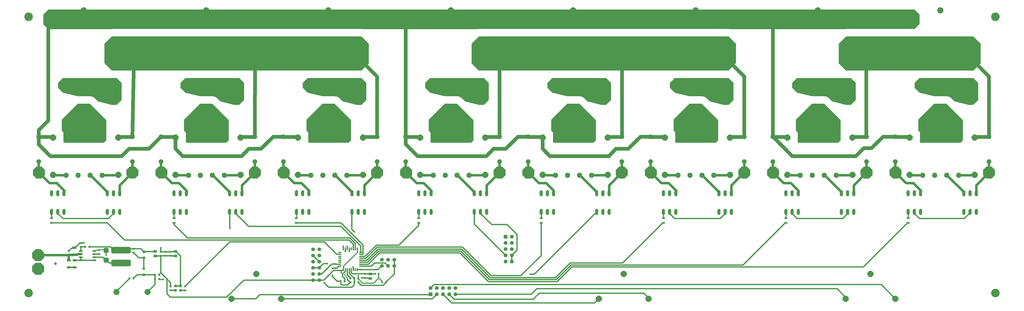
<source format=gtl>
G04*
G04 #@! TF.GenerationSoftware,Altium Limited,Altium Designer,19.1.9 (167)*
G04*
G04 Layer_Physical_Order=1*
G04 Layer_Color=255*
%FSLAX44Y44*%
%MOMM*%
G71*
G01*
G75*
%ADD24R,1.0000X1.0000*%
%ADD58R,0.7000X0.8500*%
%ADD59R,0.4750X0.5750*%
G04:AMPARAMS|DCode=60|XSize=2.07mm|YSize=2.06mm|CornerRadius=0.515mm|HoleSize=0mm|Usage=FLASHONLY|Rotation=90.000|XOffset=0mm|YOffset=0mm|HoleType=Round|Shape=RoundedRectangle|*
%AMROUNDEDRECTD60*
21,1,2.0700,1.0300,0,0,90.0*
21,1,1.0400,2.0600,0,0,90.0*
1,1,1.0300,0.5150,0.5200*
1,1,1.0300,0.5150,-0.5200*
1,1,1.0300,-0.5150,-0.5200*
1,1,1.0300,-0.5150,0.5200*
%
%ADD60ROUNDEDRECTD60*%
%ADD61R,1.2000X0.5000*%
%ADD62R,0.5000X1.2000*%
%ADD63R,0.8500X0.7000*%
%ADD64R,1.6000X0.9500*%
%ADD65R,1.3000X0.8000*%
%ADD66R,0.7620X0.7620*%
G04:AMPARAMS|DCode=67|XSize=8mm|YSize=2.7mm|CornerRadius=0.675mm|HoleSize=0mm|Usage=FLASHONLY|Rotation=180.000|XOffset=0mm|YOffset=0mm|HoleType=Round|Shape=RoundedRectangle|*
%AMROUNDEDRECTD67*
21,1,8.0000,1.3500,0,0,180.0*
21,1,6.6500,2.7000,0,0,180.0*
1,1,1.3500,-3.3250,0.6750*
1,1,1.3500,3.3250,0.6750*
1,1,1.3500,3.3250,-0.6750*
1,1,1.3500,-3.3250,-0.6750*
%
%ADD67ROUNDEDRECTD67*%
%ADD68R,1.3900X1.0000*%
%ADD69O,1.5500X0.7000*%
%ADD70R,0.9500X0.8000*%
%ADD71R,0.8000X0.9500*%
%ADD72R,1.4000X1.0000*%
%ADD73R,1.7000X1.0500*%
%ADD74C,0.5000*%
%ADD75C,1.5000*%
%ADD76C,0.3810*%
%ADD77C,0.3000*%
%ADD78C,1.0000*%
%ADD79C,0.4000*%
%ADD80C,3.5001*%
%ADD81C,1.5500*%
%ADD82R,1.5500X1.5500*%
%ADD83P,5.3240X8X292.5*%
%ADD84P,3.9930X8X292.5*%
%ADD85P,3.9930X8X202.5*%
%ADD86C,2.5000*%
%ADD87P,2.6620X8X22.5*%
%ADD88P,2.0231X8X292.5*%
%ADD89P,2.2893X8X112.5*%
%ADD90C,1.5240*%
%ADD91R,1.5500X1.5500*%
%ADD92P,3.5741X8X292.5*%
%ADD93C,3.8100*%
%ADD94C,2.5400*%
%ADD95O,1.2700X2.5400*%
%ADD96C,1.1000*%
%ADD97R,1.1000X1.1000*%
%ADD98P,2.6620X8X292.5*%
%ADD99C,0.7000*%
G36*
X3890000Y2940000D02*
Y2900000D01*
X3870092Y2880092D01*
X3590000Y2880092D01*
X3588824Y2880000D01*
X3111179D01*
X3110001Y2880093D01*
X3110000Y2880093D01*
X3110000D01*
X2090000Y2880093D01*
X2088822Y2880000D01*
X1611179D01*
X1610000Y2880093D01*
X1610000Y2880093D01*
X1610000D01*
X590000Y2880093D01*
X590000Y2880093D01*
X588821Y2880000D01*
X330000D01*
X310000Y2900000D01*
Y2940000D01*
X330000Y2960000D01*
X3870000D01*
X3890000Y2940000D01*
D02*
G37*
G36*
X4140000Y2820000D02*
X4140000Y2740000D01*
X4110086Y2710086D01*
X4110000Y2710093D01*
X4110000Y2710093D01*
X3890000D01*
X3888822Y2710000D01*
X3611178Y2710000D01*
X3610000Y2710093D01*
X3610000Y2710093D01*
X3589908D01*
X3560000Y2740000D01*
X3560000Y2820000D01*
X3590000Y2850000D01*
X4110000Y2850000D01*
X4140000Y2820000D01*
D02*
G37*
G36*
X3110000Y2850000D02*
X3140000Y2820000D01*
X3140000Y2740000D01*
X3110086Y2710086D01*
X3110000Y2710093D01*
X3110000Y2710093D01*
X2890000D01*
X2888821Y2710000D01*
X2611180D01*
X2610000Y2710093D01*
X2610000Y2710093D01*
X2390000D01*
X2388821Y2710000D01*
X2111180D01*
X2110000Y2710093D01*
X2110000Y2710093D01*
X2089907D01*
X2060000Y2740000D01*
X2060000Y2820000D01*
X2090000Y2850000D01*
X3110000Y2850000D01*
D02*
G37*
G36*
X1610000Y2850000D02*
X1640000Y2820000D01*
X1640000Y2740000D01*
X1610000Y2710000D01*
X590000Y2710000D01*
X560000Y2740000D01*
X560000Y2820000D01*
X590000Y2850000D01*
X1610000Y2850000D01*
D02*
G37*
G36*
X4130000Y2660000D02*
Y2590000D01*
X4110000Y2570000D01*
X4090000D01*
X4050000Y2580000D01*
X4033410Y2584147D01*
X4021279Y2596279D01*
X4017688Y2599346D01*
X4013662Y2601813D01*
X4009299Y2603620D01*
X4004708Y2604722D01*
X4000000Y2605093D01*
X4000000Y2605093D01*
X3950000D01*
X3950000Y2605093D01*
X3949718Y2605070D01*
X3890000Y2620000D01*
X3870000Y2640000D01*
X3870000Y2660000D01*
X3890000Y2680000D01*
X4110000D01*
X4130000Y2660000D01*
D02*
G37*
G36*
X3630000D02*
Y2590000D01*
X3610000Y2570000D01*
X3590000D01*
X3550000Y2580000D01*
X3533410Y2584147D01*
X3521279Y2596279D01*
X3517688Y2599346D01*
X3513662Y2601813D01*
X3509299Y2603620D01*
X3504708Y2604722D01*
X3500000Y2605093D01*
X3500000Y2605093D01*
X3450000D01*
X3450000Y2605093D01*
X3449718Y2605070D01*
X3390000Y2620000D01*
X3370000Y2640000D01*
X3370000Y2660000D01*
X3390000Y2680000D01*
X3610000D01*
X3630000Y2660000D01*
D02*
G37*
G36*
X3130000D02*
Y2590000D01*
X3110000Y2570000D01*
X3090000D01*
X3050000Y2580000D01*
X3033410Y2584147D01*
X3021279Y2596279D01*
X3017688Y2599346D01*
X3013662Y2601813D01*
X3009299Y2603620D01*
X3004708Y2604722D01*
X3000000Y2605093D01*
X3000000Y2605093D01*
X2950000D01*
X2950000Y2605093D01*
X2949718Y2605070D01*
X2890000Y2620000D01*
X2870000Y2640000D01*
X2870000Y2660000D01*
X2890000Y2680000D01*
X3110000D01*
X3130000Y2660000D01*
D02*
G37*
G36*
X2630000D02*
Y2590000D01*
X2610000Y2570000D01*
X2590000D01*
X2550000Y2580000D01*
X2533410Y2584147D01*
X2521279Y2596279D01*
X2517688Y2599346D01*
X2513662Y2601813D01*
X2509299Y2603620D01*
X2504707Y2604722D01*
X2500000Y2605093D01*
X2500000Y2605093D01*
X2450000D01*
X2450000Y2605093D01*
X2449718Y2605070D01*
X2390000Y2620000D01*
X2370000Y2640000D01*
X2370000Y2660000D01*
X2390000Y2680000D01*
X2610000D01*
X2630000Y2660000D01*
D02*
G37*
G36*
X2130000D02*
Y2590000D01*
X2110000Y2570000D01*
X2090000D01*
X2050000Y2580000D01*
X2033410Y2584147D01*
X2021279Y2596279D01*
X2017688Y2599346D01*
X2013662Y2601813D01*
X2009299Y2603620D01*
X2004707Y2604722D01*
X2000000Y2605093D01*
X2000000Y2605093D01*
X1950000D01*
X1950000Y2605093D01*
X1949718Y2605070D01*
X1890000Y2620000D01*
X1870000Y2640000D01*
X1870000Y2660000D01*
X1890000Y2680000D01*
X2110000D01*
X2130000Y2660000D01*
D02*
G37*
G36*
X1630000D02*
Y2590000D01*
X1610000Y2570000D01*
X1590000D01*
X1550000Y2580000D01*
X1533410Y2584147D01*
X1521279Y2596279D01*
X1517688Y2599346D01*
X1513662Y2601813D01*
X1509299Y2603620D01*
X1504707Y2604722D01*
X1500000Y2605093D01*
X1500000Y2605093D01*
X1450000D01*
X1450000Y2605093D01*
X1449718Y2605070D01*
X1390000Y2620000D01*
X1370000Y2640000D01*
X1370000Y2660000D01*
X1389907Y2679907D01*
X1610000Y2679907D01*
X1610086Y2679914D01*
X1630000Y2660000D01*
D02*
G37*
G36*
X1130000D02*
Y2590000D01*
X1110000Y2570000D01*
X1090000D01*
X1050000Y2580000D01*
X1033410Y2584147D01*
X1021279Y2596279D01*
X1017688Y2599346D01*
X1013662Y2601813D01*
X1009299Y2603620D01*
X1004707Y2604722D01*
X1000000Y2605093D01*
X1000000Y2605093D01*
X950000D01*
X950000Y2605093D01*
X949718Y2605070D01*
X890000Y2620000D01*
X870000Y2640000D01*
X870000Y2660000D01*
X889907Y2679907D01*
X1110093Y2679907D01*
X1130000Y2660000D01*
D02*
G37*
G36*
X590000Y2679907D02*
X590000Y2679907D01*
X610093D01*
X630000Y2660000D01*
Y2590000D01*
X610000Y2570000D01*
X590000D01*
X550000Y2580000D01*
X533410Y2584147D01*
X521279Y2596279D01*
X517688Y2599346D01*
X513662Y2601813D01*
X509299Y2603620D01*
X504707Y2604722D01*
X500000Y2605093D01*
X500000Y2605093D01*
X450000D01*
X450000Y2605093D01*
X449718Y2605070D01*
X390000Y2620000D01*
X370000Y2640000D01*
X370000Y2660000D01*
X390000Y2680000D01*
X588821D01*
X590000Y2679907D01*
D02*
G37*
G36*
X4067500Y2507500D02*
Y2425000D01*
X4057500Y2415000D01*
X3895000Y2415000D01*
X3892297Y2417703D01*
Y2457348D01*
X3885000Y2464645D01*
X3885000Y2510000D01*
X3950000Y2575000D01*
X4000000D01*
X4067500Y2507500D01*
D02*
G37*
G36*
X3567500D02*
Y2425000D01*
X3557500Y2415000D01*
X3395000Y2415000D01*
X3392297Y2417703D01*
Y2457348D01*
X3385000Y2464645D01*
X3385000Y2510000D01*
X3450000Y2575000D01*
X3500000D01*
X3567500Y2507500D01*
D02*
G37*
G36*
X3067500D02*
Y2425000D01*
X3057500Y2415000D01*
X2895000Y2415000D01*
X2892297Y2417703D01*
Y2457348D01*
X2885000Y2464645D01*
X2885000Y2510000D01*
X2950000Y2575000D01*
X3000000D01*
X3067500Y2507500D01*
D02*
G37*
G36*
X2567500D02*
Y2425000D01*
X2557500Y2415000D01*
X2395000Y2415000D01*
X2392297Y2417703D01*
Y2457348D01*
X2385000Y2464645D01*
X2385000Y2510000D01*
X2450000Y2575000D01*
X2500000D01*
X2567500Y2507500D01*
D02*
G37*
G36*
X2067500D02*
Y2425000D01*
X2057500Y2415000D01*
X1895000Y2415000D01*
X1892297Y2417703D01*
Y2457348D01*
X1885000Y2464645D01*
X1885000Y2510000D01*
X1950000Y2575000D01*
X2000000D01*
X2067500Y2507500D01*
D02*
G37*
G36*
X1567500D02*
Y2425000D01*
X1557500Y2415000D01*
X1395000Y2415000D01*
X1392297Y2417703D01*
Y2457348D01*
X1385000Y2464645D01*
X1385000Y2510000D01*
X1450000Y2575000D01*
X1500000D01*
X1567500Y2507500D01*
D02*
G37*
G36*
X1067500D02*
Y2425000D01*
X1057500Y2415000D01*
X895000Y2415000D01*
X892297Y2417703D01*
Y2457348D01*
X885000Y2464645D01*
X885000Y2510000D01*
X950000Y2575000D01*
X1000000D01*
X1067500Y2507500D01*
D02*
G37*
G36*
X567500D02*
Y2425000D01*
X557500Y2415000D01*
X395000Y2415000D01*
X392297Y2417703D01*
Y2457348D01*
X385000Y2464645D01*
X385000Y2510000D01*
X450000Y2575000D01*
X500000D01*
X567500Y2507500D01*
D02*
G37*
D24*
X870000Y1811500D02*
D03*
Y1828500D02*
D03*
X850000Y1811500D02*
D03*
Y1828500D02*
D03*
D58*
X678250Y1860000D02*
D03*
X661750D02*
D03*
X782750Y1857750D02*
D03*
X766250D02*
D03*
X766250Y1874750D02*
D03*
X782750D02*
D03*
X1580250Y1859500D02*
D03*
X1596750D02*
D03*
X481000Y1989000D02*
D03*
X497500D02*
D03*
D59*
X1542101Y1874650D02*
D03*
X1552101D02*
D03*
Y1861150D02*
D03*
X1542101D02*
D03*
D60*
X566000Y1974250D02*
D03*
Y1935000D02*
D03*
D61*
X1521600Y1910000D02*
D03*
Y1918000D02*
D03*
Y1926000D02*
D03*
Y1934000D02*
D03*
Y1942000D02*
D03*
Y1950000D02*
D03*
Y1958000D02*
D03*
Y1966000D02*
D03*
X1606600D02*
D03*
Y1958000D02*
D03*
Y1950000D02*
D03*
Y1942000D02*
D03*
Y1934000D02*
D03*
Y1926000D02*
D03*
Y1918000D02*
D03*
Y1910000D02*
D03*
D62*
X1536100Y1980500D02*
D03*
X1544100D02*
D03*
X1552100D02*
D03*
X1560100D02*
D03*
X1568100D02*
D03*
X1576100D02*
D03*
X1584100D02*
D03*
X1592100D02*
D03*
Y1895500D02*
D03*
X1584100D02*
D03*
X1576100D02*
D03*
X1568100D02*
D03*
X1560100D02*
D03*
X1552100D02*
D03*
X1544100D02*
D03*
X1536100D02*
D03*
D63*
X1502250Y1901750D02*
D03*
Y1918250D02*
D03*
X890000Y1811016D02*
D03*
Y1827516D02*
D03*
X463000Y2005250D02*
D03*
Y1988750D02*
D03*
X830000Y1811016D02*
D03*
Y1827516D02*
D03*
D64*
X438000Y1905000D02*
D03*
Y1934000D02*
D03*
X414000D02*
D03*
Y1905000D02*
D03*
D65*
X3844000Y2087500D02*
D03*
Y2107001D02*
D03*
X3344000Y2087500D02*
D03*
Y2107000D02*
D03*
X2844000Y2087500D02*
D03*
Y2107000D02*
D03*
X2344000Y2087501D02*
D03*
Y2107001D02*
D03*
X1844000Y2087501D02*
D03*
Y2107001D02*
D03*
X1344000Y2087500D02*
D03*
Y2107000D02*
D03*
X844000Y2087501D02*
D03*
Y2107001D02*
D03*
X344000Y2087500D02*
D03*
Y2107000D02*
D03*
D66*
X1666115Y1878766D02*
D03*
X1680085D02*
D03*
D67*
X627000Y1975000D02*
D03*
Y1923000D02*
D03*
D68*
X767000Y1951400D02*
D03*
Y1970000D02*
D03*
D69*
X463000Y1972100D02*
D03*
Y1959400D02*
D03*
Y1946700D02*
D03*
Y1934000D02*
D03*
X518500Y1972100D02*
D03*
Y1959400D02*
D03*
Y1946700D02*
D03*
Y1934000D02*
D03*
D70*
X1564500Y1859750D02*
D03*
Y1843250D02*
D03*
X1624100Y1878750D02*
D03*
Y1862250D02*
D03*
X790000Y1952400D02*
D03*
Y1968900D02*
D03*
X810000Y1952400D02*
D03*
Y1968900D02*
D03*
X830000Y1952400D02*
D03*
Y1968900D02*
D03*
X414000Y1955750D02*
D03*
Y1972250D02*
D03*
X678000Y1981500D02*
D03*
Y1965000D02*
D03*
X538000Y1959000D02*
D03*
Y1975500D02*
D03*
D71*
X1541250Y1848500D02*
D03*
X1524750D02*
D03*
X1693750Y1844000D02*
D03*
X1710250D02*
D03*
X1580750Y1843750D02*
D03*
X1597250D02*
D03*
D72*
X1646100Y1859250D02*
D03*
Y1877750D02*
D03*
X850000Y1969899D02*
D03*
Y1951399D02*
D03*
D73*
X437000Y1956500D02*
D03*
Y1985500D02*
D03*
D74*
X390003Y2105000D02*
X575997D01*
X369453Y2125550D02*
X390003Y2105000D01*
X575997D02*
X596547Y2125550D01*
X1096546D02*
X1149108Y2072988D01*
X1525811D01*
X1606600Y1992199D01*
X661750Y1859250D02*
Y1860000D01*
X609000Y1806500D02*
X661750Y1859250D01*
X609000Y1804500D02*
Y1806500D01*
X680000Y1861750D02*
X693000Y1874750D01*
X679250Y1861750D02*
X680000D01*
X678250Y1860750D02*
X679250Y1861750D01*
X678250Y1860000D02*
Y1860750D01*
X693000Y1874750D02*
X720750D01*
X1072000Y2065000D02*
Y2131046D01*
X1071146Y2131900D02*
X1072000Y2131046D01*
X1527000Y1892000D02*
X1536100D01*
X790000Y1952400D02*
X830000D01*
X1129040Y1852250D02*
X1456392D01*
X1743800Y1878300D02*
Y1936000D01*
X1710250Y1844750D02*
X1743800Y1878300D01*
X1710250Y1844000D02*
Y1844750D01*
X1698000Y1831000D02*
X1710250Y1843250D01*
Y1844000D01*
X1610000Y1862000D02*
X1624350D01*
X790000Y1968900D02*
X830000D01*
X1610125Y1831000D02*
X1698000D01*
X1606600Y1958000D02*
X1616600D01*
Y1996341D01*
X1525441Y2087500D02*
X1616600Y1996341D01*
X1344000Y2087500D02*
X1525441D01*
X1552100Y1990350D02*
X1552172Y1990422D01*
X1544000Y1970500D02*
X1544100Y1970600D01*
X1536000Y1990250D02*
X1536100Y1990150D01*
X1560100Y1970650D02*
X1560250Y1970500D01*
X1491000Y1868000D02*
X1510500Y1848500D01*
X1491000Y1868000D02*
Y1872000D01*
X1490500Y1901000D02*
X1499500D01*
X1496142Y1892000D02*
X1527000D01*
X1456392Y1852250D02*
X1496142Y1892000D01*
X1488250Y1918250D02*
X1502250D01*
X1447650Y1877650D02*
X1488250Y1918250D01*
X1437250Y1877650D02*
X1447650D01*
X1454200Y1920000D02*
X1470000D01*
X1437250Y1903050D02*
X1454200Y1920000D01*
X2224150Y1954600D02*
X2245000Y1975450D01*
Y2040000D01*
X2204610Y2080390D02*
X2245000Y2040000D01*
X2141707Y2080390D02*
X2204610D01*
X2096547Y2125550D02*
X2141707Y2080390D01*
X2096547Y2125550D02*
Y2131900D01*
X2224150Y1929200D02*
Y1954600D01*
X1096546Y2125550D02*
Y2131900D01*
X1606600Y1966000D02*
Y1992199D01*
X785500Y1855000D02*
X800000D01*
X784500Y1856000D02*
X785500Y1855000D01*
X783750Y1856000D02*
X784500D01*
X782750Y1857000D02*
X783750Y1856000D01*
X782750Y1857000D02*
Y1857750D01*
X790000Y1882750D02*
X815250Y1857500D01*
X850000Y1828500D02*
X870000D01*
Y1951899D01*
X852000Y1969899D02*
X870000Y1951899D01*
X850000Y1969899D02*
X852000D01*
X849500Y1969400D02*
X850000Y1969899D01*
X830500Y1969400D02*
X849500D01*
X830000Y1968900D02*
X830500Y1969400D01*
X790000Y1968900D02*
Y1985000D01*
X720750Y1899750D02*
X720875Y1899875D01*
Y1943875D01*
X721000Y1944000D01*
X678750Y1965000D02*
X699750Y1944000D01*
X678000Y1965000D02*
X678750D01*
X699750Y1944000D02*
X721000D01*
X596547Y2125550D02*
Y2131900D01*
X369453Y2125550D02*
Y2131900D01*
X475250Y2005000D02*
X475500Y2004750D01*
X463250Y2005000D02*
X475250D01*
X463000Y2005250D02*
X463250Y2005000D01*
X462000Y2004250D02*
X463000Y2005250D01*
X459000Y2004250D02*
X462000D01*
X440250Y1985500D02*
X459000Y2004250D01*
X437000Y1985500D02*
X440250D01*
X434250Y1982750D02*
X437000Y1985500D01*
X425250Y1982750D02*
X434250D01*
X414750Y1972250D02*
X425250Y1982750D01*
X414000Y1972250D02*
X414750D01*
X1529000Y1833000D02*
X1553500D01*
X1563750Y1843250D01*
X1564500D01*
X1525750Y1836250D02*
X1529000Y1833000D01*
X1525750Y1836250D02*
Y1847500D01*
X1524750Y1848500D02*
X1525750Y1847500D01*
X1541975Y1849225D02*
Y1861025D01*
X1538100Y1861150D02*
X1542100D01*
X1532500Y1866750D02*
X1538100Y1861150D01*
X1541250Y1848500D02*
X1541975Y1849225D01*
Y1861025D02*
X1542100Y1861150D01*
X1560100Y1880150D02*
X1580500Y1859750D01*
X1580750Y1833750D02*
Y1843750D01*
X1571000Y1824000D02*
X1580750Y1833750D01*
X1476000Y1824000D02*
X1571000D01*
X1457250Y1842750D02*
X1476000Y1824000D01*
X1510500Y1848500D02*
X1524750D01*
X1527000Y1883000D02*
Y1892000D01*
X1609250Y1831000D02*
X1610125D01*
X1597250Y1843000D02*
X1609250Y1831000D01*
X1597250Y1843000D02*
Y1843750D01*
X1624350Y1862000D02*
X1625600Y1860750D01*
X1624100Y1862250D02*
X1624350Y1862000D01*
X1570383Y2060383D02*
X1580000Y2050765D01*
X1570383Y2060383D02*
Y2131136D01*
X1571147Y2131900D01*
X2890003Y2105000D02*
X3075997D01*
X3096547Y2125550D01*
Y2131900D01*
X2869453Y2125550D02*
X2890003Y2105000D01*
X2869453Y2125550D02*
Y2131900D01*
X3390003Y2105000D02*
X3575997D01*
X3596547Y2125550D01*
Y2131900D01*
X3369453Y2125550D02*
X3390003Y2105000D01*
X3369453Y2125550D02*
Y2131900D01*
X4073372Y2105000D02*
X4096547Y2128175D01*
X3890003Y2105000D02*
X4073372D01*
X3869453Y2125550D02*
X3890003Y2105000D01*
X2465936Y1914750D02*
X3168750D01*
X2406000Y1854814D02*
X2465936Y1914750D01*
X2132000Y1854814D02*
X2406000D01*
X2014814Y1972000D02*
X2132000Y1854814D01*
X1680941Y1972000D02*
X2014814D01*
X2469250Y1906750D02*
X3660750D01*
X2409314Y1846814D02*
X2469250Y1906750D01*
X2128686Y1846814D02*
X2409314D01*
X2011500Y1964000D02*
X2128686Y1846814D01*
X1684255Y1964000D02*
X2011500D01*
X1906300Y1834681D02*
X3733719D01*
X1844000Y2077000D02*
Y2087500D01*
X2071147Y2082203D02*
Y2131900D01*
X2299250Y1877500D02*
X2316747D01*
X2563323Y2124077D01*
X2567590D01*
X2571147Y2127634D01*
Y2131900D01*
X2071147Y2082203D02*
X2198750Y1954600D01*
X2261564Y1870814D02*
X2344000Y1953250D01*
X2139471Y1870814D02*
X2261564D01*
X2022284Y1988000D02*
X2139471Y1870814D01*
X2344000Y1953250D02*
Y2087500D01*
X1674314Y1988000D02*
X2022284D01*
X2676750Y1922750D02*
X2841500Y2087500D01*
X2462623Y1922750D02*
X2676750D01*
X2402686Y1862814D02*
X2462623Y1922750D01*
X2136157Y1862814D02*
X2402686D01*
X2018970Y1980000D02*
X2136157Y1862814D01*
X1677627Y1980000D02*
X2018970D01*
X3168750Y1914750D02*
X3341500Y2087500D01*
X3660750Y1906750D02*
X3841500Y2087500D01*
X1892050Y1820431D02*
X1906300Y1834681D01*
X3733719D02*
X3791600Y1776801D01*
X3553000Y1818000D02*
X3588400Y1782600D01*
X2326500Y1818000D02*
X3553000D01*
X2303531Y1795031D02*
X2326500Y1818000D01*
X2764000Y1799000D02*
X2783200Y1779800D01*
X2335908Y1799000D02*
X2764000D01*
X2311908Y1775000D02*
X2335908Y1799000D01*
X2783200Y1776801D02*
Y1779800D01*
X3588400Y1776801D02*
Y1782600D01*
X1993650Y1795031D02*
X2303531D01*
X1988281Y1775000D02*
X2311908D01*
X1968250Y1795031D02*
X1988281Y1775000D01*
X2562449Y1759250D02*
X2580000Y1776801D01*
X1978631Y1759250D02*
X2562449D01*
X1942850Y1795031D02*
X1978631Y1759250D01*
X1899220Y1776801D02*
X1917450Y1795031D01*
X1281600Y1776801D02*
X1899220D01*
X1890616Y1793597D02*
X1892050Y1795031D01*
X1194746Y1793597D02*
X1890616D01*
X1177950Y1776801D02*
X1194746Y1793597D01*
X1078400Y1776801D02*
X1177950D01*
X1059540Y1782750D02*
X1129040Y1852250D01*
X829000Y1782750D02*
X1059540D01*
X815250Y1796500D02*
X829000Y1782750D01*
X642000Y2017000D02*
X1559172D01*
X899000Y2025000D02*
X1562485D01*
X815250Y1796500D02*
Y1857500D01*
X830000Y1842750D01*
Y1827516D02*
Y1842750D01*
X830000Y1827516D02*
X830000Y1827516D01*
X782750Y1875500D02*
X790000Y1882750D01*
Y1952400D01*
X720750Y1874750D02*
X766250D01*
X720750Y1874750D02*
X720750Y1874750D01*
X766250Y1857750D02*
Y1874750D01*
X766250Y1857750D02*
X766250Y1857750D01*
X766250Y1834750D02*
Y1857750D01*
X736000Y1804500D02*
X766250Y1834750D01*
X1552100Y1980500D02*
Y1990350D01*
X1576000Y1905750D02*
X1576100Y1905650D01*
Y1895500D02*
Y1905650D01*
X1654500Y1913750D02*
X1663870Y1923120D01*
X1650750Y1910000D02*
X1654500Y1913750D01*
X1663870Y1923120D02*
X1706280D01*
X1606600Y1910000D02*
X1650750D01*
X1412250Y1903050D02*
X1437250D01*
X1412250Y1953250D02*
X1437250Y1928250D01*
X1412250Y1953250D02*
Y1953650D01*
X1502250Y1901750D02*
X1509850D01*
X1518100Y1910000D01*
X1536100Y1892000D02*
Y1895500D01*
Y1980500D02*
Y1990150D01*
X1544100Y1970600D02*
Y1980500D01*
X1560100Y1970650D02*
Y1980500D01*
X1457600Y2009000D02*
X1508600Y1958000D01*
X1071484Y2009000D02*
X1457600D01*
X892750Y1830266D02*
X1071484Y2009000D01*
X870484Y1811016D02*
X890000D01*
X830000D02*
X849516D01*
X1552975Y1854025D02*
X1563750Y1843250D01*
X1552975Y1854025D02*
Y1860275D01*
X1644600Y1860750D02*
X1646100Y1859250D01*
X1625600Y1860750D02*
X1644600D01*
X1572814Y1878750D02*
X1624100D01*
X1568100Y1883463D02*
X1572814Y1878750D01*
X1568100Y1883463D02*
Y1895500D01*
X1580500Y1844000D02*
X1580750Y1843750D01*
X1580500Y1844000D02*
Y1859250D01*
X1580250Y1859500D02*
X1580500Y1859250D01*
X1565000Y1860250D02*
Y1861650D01*
X1564500Y1859750D02*
X1565000Y1860250D01*
X1552100Y1874549D02*
X1565000Y1861650D01*
X1552100Y1874549D02*
Y1874650D01*
X1560100Y1880150D02*
Y1895500D01*
X1532500Y1866750D02*
Y1877000D01*
X1544100Y1888600D02*
Y1895500D01*
X1532500Y1877000D02*
X1544100Y1888600D01*
X1552100Y1874650D02*
Y1895500D01*
X1502500Y1918000D02*
X1521600D01*
X1502250Y1918250D02*
X1502500Y1918000D01*
X1559172Y2017000D02*
X1576100Y2000071D01*
X1562485Y2025000D02*
X1584100Y2003385D01*
X1645600Y1878250D02*
X1646100Y1877750D01*
X1624600Y1878250D02*
X1645600D01*
X1624100Y1878750D02*
X1624600Y1878250D01*
X1646100Y1877750D02*
X1646608Y1878258D01*
X1665607D01*
X1666115Y1878766D01*
X1677500Y1895500D02*
X1693000Y1911000D01*
X1592100Y1895500D02*
X1677500D01*
X1706280Y1923120D02*
X1718400Y1911000D01*
X1638255Y1918000D02*
X1684255Y1964000D01*
X1606600Y1918000D02*
X1638255D01*
X3841500Y2087500D02*
X3844000D01*
X1763000Y1996000D02*
X1844000Y2077000D01*
X1671000Y1996000D02*
X1763000D01*
X1634941Y1926000D02*
X1680941Y1972000D01*
X1631627Y1934000D02*
X1677627Y1980000D01*
X1628314Y1942000D02*
X1674314Y1988000D01*
X1606600Y1926000D02*
X1634941D01*
X1606600Y1934000D02*
X1631627D01*
X1606600Y1942000D02*
X1628314D01*
X844000Y2080000D02*
X899000Y2025000D01*
X844000Y2080000D02*
Y2087500D01*
X571500D02*
X642000Y2017000D01*
X344000Y2087500D02*
X571500D01*
X1576100Y1980500D02*
Y2000071D01*
X3341500Y2087500D02*
X3344000D01*
X1625000Y1950000D02*
X1671000Y1996000D01*
X2841500Y2087500D02*
X2844000D01*
X1606600Y1950000D02*
X1625000D01*
X1584100Y1980500D02*
Y2003385D01*
X830500Y1951900D02*
X849500D01*
X767500D02*
X789500D01*
X721500Y1969500D02*
X766500D01*
X708500Y1981500D02*
X721000Y1969000D01*
X678000Y1981500D02*
X708500D01*
X632673Y1980673D02*
X677172D01*
X567706Y1935000D02*
X579706Y1923000D01*
X627000D01*
X583878Y1989000D02*
X597878Y1975000D01*
X497500Y1989000D02*
X583878D01*
X480875Y1988875D02*
X481000Y1989000D01*
X463125Y1988875D02*
X480875D01*
X463000Y1988750D02*
X463125Y1988875D01*
X552594Y1946700D02*
X564294Y1935000D01*
X518500Y1946700D02*
X552594D01*
X518700Y1959200D02*
X537800D01*
X414000Y1905000D02*
X438000D01*
Y1934000D02*
X463000D01*
X518500D01*
X463000Y1972100D02*
Y1988750D01*
Y1934000D02*
Y1946700D01*
X1508600Y1958000D02*
X1521600D01*
X344053Y2107053D02*
Y2131900D01*
D75*
X291000Y2466000D02*
X330000Y2505000D01*
X291000Y2439637D02*
Y2466000D01*
X330000Y2505000D02*
Y2880000D01*
X337500Y2887500D01*
X3672434Y2438071D02*
X3674000Y2439637D01*
X3674000Y2439637D02*
X3674001Y2439637D01*
X3672434Y2441203D02*
X3674000Y2439637D01*
X3670000Y2750000D02*
X3672434Y2747566D01*
Y2441203D02*
Y2747566D01*
X2672434Y2438071D02*
X2674500Y2440137D01*
Y2779500D01*
X2675000Y2780000D01*
X3290000Y2900000D02*
X3291000Y2899000D01*
Y2439637D02*
Y2899000D01*
X4130000Y2730000D02*
X4174000Y2686000D01*
Y2439637D02*
Y2686000D01*
X3174001Y2439637D02*
Y2685999D01*
X3130000Y2730000D02*
X3174001Y2685999D01*
X1791000Y2901000D02*
X1800000Y2910000D01*
X1791000Y2439637D02*
Y2901000D01*
X2170000Y2720000D02*
X2174000Y2715999D01*
Y2439637D02*
Y2715999D01*
X1630000Y2730000D02*
X1674000Y2686000D01*
Y2439637D02*
Y2686000D01*
X1174000Y2439637D02*
X1175000Y2780000D01*
X674000Y2439637D02*
X680000Y2740000D01*
X2116000Y2436200D02*
X2117871Y2438071D01*
X2172434D01*
X2174000Y2439637D01*
X1840000Y2360000D02*
X2120000D01*
X1791000Y2409000D02*
X1840000Y2360000D01*
X1791000Y2409000D02*
Y2439637D01*
X1792567Y2438071D02*
X1848129D01*
X1791000Y2439637D02*
X1792567Y2438071D01*
X2120000Y2360000D02*
X2150000Y2390000D01*
X2200000D01*
X2249637Y2439637D01*
X1848129Y2438071D02*
X1850000Y2436200D01*
X3694206Y2392792D02*
X3741052Y2439637D01*
X3662792Y2392792D02*
X3694206D01*
X3630000Y2360000D02*
X3662792Y2392792D01*
X3370638Y2360000D02*
X3630000D01*
X3292567Y2438071D02*
X3370638Y2360000D01*
X3741052Y2439637D02*
X3791000D01*
X2700000Y2390000D02*
X2749637Y2439637D01*
X2650000Y2390000D02*
X2700000D01*
X2620000Y2360000D02*
X2650000Y2390000D01*
X2380000Y2360000D02*
X2620000D01*
X2350000Y2390000D02*
X2380000Y2360000D01*
X2749637Y2439637D02*
X2791000D01*
X2348129Y2438071D02*
X2350000Y2436200D01*
Y2390000D02*
Y2436200D01*
X2249637Y2439637D02*
X2291000D01*
X848129Y2438071D02*
X850000Y2436200D01*
Y2390000D02*
Y2436200D01*
Y2390000D02*
X880000Y2360000D01*
X1120000Y2360000D02*
X1150000Y2390000D01*
X880000Y2360000D02*
X1120000Y2360000D01*
X1150000Y2390000D02*
X1200000D01*
X1249637Y2439637D01*
X1291000D01*
X660000Y2390000D02*
X741363D01*
X630000Y2360000D02*
X660000Y2390000D01*
X338792Y2360000D02*
X630000D01*
X291000Y2407792D02*
X338792Y2360000D01*
X741363Y2390000D02*
X791000Y2439637D01*
X3291000D02*
X3292567Y2438071D01*
X3792567D02*
X3848129D01*
X3791000Y2439637D02*
X3792567Y2438071D01*
X3848129D02*
X3850000Y2436200D01*
X4117871Y2438071D02*
X4172434D01*
X4174000Y2439637D01*
X4116000Y2436200D02*
X4117871Y2438071D01*
X3292567D02*
X3348129D01*
X3350000Y2436200D01*
X3617871Y2438071D02*
X3672434D01*
X3616000Y2436200D02*
X3617871Y2438071D01*
X2792567D02*
X2848129D01*
X2791000Y2439637D02*
X2792567Y2438071D01*
X2848129D02*
X2850000Y2436200D01*
X3117871Y2438071D02*
X3172434D01*
X3174001Y2439637D01*
X3116000Y2436200D02*
X3117871Y2438071D01*
X2291000Y2439637D02*
X2292567Y2438071D01*
X2348129D01*
X2617871D02*
X2672434D01*
X2616000Y2436200D02*
X2617871Y2438071D01*
X1291000Y2439637D02*
X1292567Y2438071D01*
X1348129D01*
X1350000Y2436200D01*
X1672434Y2438071D02*
X1674000Y2439637D01*
X1617871Y2438071D02*
X1672434D01*
X1616000Y2436200D02*
X1617871Y2438071D01*
X791000Y2439637D02*
X792567Y2438071D01*
X848129D01*
X1172434D02*
X1174000Y2439637D01*
X1117871Y2438071D02*
X1172434D01*
X1116000Y2436200D02*
X1117871Y2438071D01*
X291000Y2407792D02*
Y2439637D01*
X292567Y2438071D01*
X348129D01*
X350000Y2436200D01*
X616000Y2436200D02*
X617871Y2438071D01*
X672434D01*
X674000Y2439637D01*
D76*
X1693742Y1843992D02*
Y1848178D01*
X1596750Y1858750D02*
Y1870250D01*
X1680085Y1861835D02*
X1693742Y1848178D01*
X1659250Y1841000D02*
X1680085Y1861835D01*
Y1878766D01*
X1592100Y1966000D02*
Y1980500D01*
X1536100Y1910000D02*
X1592100Y1966000D01*
X1536100Y1895500D02*
Y1910000D01*
X2113791Y2281590D02*
X2116000Y2283800D01*
X830000Y1952400D02*
X830500Y1951900D01*
X1614500Y1841000D02*
X1659250D01*
X1596750Y1858750D02*
X1614500Y1841000D01*
X1693742Y1843992D02*
X1693750Y1844000D01*
X1680085Y1878766D02*
X1680094Y1878758D01*
X789500Y1951900D02*
X790000Y1952400D01*
X766500Y1969500D02*
X767000Y1970000D01*
X721000Y1969000D02*
X721500Y1969500D01*
X677172Y1980673D02*
X678000Y1981500D01*
X627000Y1975000D02*
X632673Y1980673D01*
X566000Y1935000D02*
X567706D01*
X597878Y1975000D02*
X627000D01*
X564294Y1935000D02*
X566000D01*
X537800Y1959200D02*
X537800Y1959200D01*
X518500Y1959400D02*
X518700Y1959200D01*
X414000Y1955750D02*
X414375Y1956125D01*
X436625D02*
X437000Y1956500D01*
X4113791Y2281590D02*
X4116000Y2283800D01*
X3613791Y2281590D02*
X3616000Y2283800D01*
X3113791Y2281590D02*
X3116000Y2283800D01*
X2613791Y2281590D02*
X2616000Y2283800D01*
X1613791Y2281590D02*
X1616000Y2283800D01*
X1113791Y2281590D02*
X1116000Y2283800D01*
X613791Y2281590D02*
X616000Y2283800D01*
X462389Y1958790D02*
X463000Y1959400D01*
X537800Y1959200D02*
X538000Y1959000D01*
D77*
X528733Y1977000D02*
X563250D01*
X565000Y1973250D02*
X566000Y1972250D01*
Y1956000D02*
Y1972250D01*
X565000Y1973250D02*
X566000Y1974250D01*
X3869453Y2125550D02*
Y2131900D01*
X4096547Y2128175D02*
Y2131900D01*
X563250Y1977000D02*
X566000Y1974250D01*
X518500Y1972100D02*
X523833D01*
X528733Y1977000D01*
X1518100Y1910000D02*
X1521600D01*
X892750Y1829516D02*
Y1830266D01*
X890750Y1827516D02*
X892750Y1829516D01*
X890000Y1827516D02*
X890750D01*
X870000Y1811500D02*
X870484Y1811016D01*
X849516D02*
X850000Y1811500D01*
X1552100Y1861150D02*
X1552975Y1860275D01*
X1547125Y1866375D02*
X1552000Y1861500D01*
X1547125Y1866375D02*
Y1869625D01*
X1542100Y1874650D02*
X1547125Y1869625D01*
D78*
X3791000Y2293800D02*
Y2338037D01*
X2121947Y2208100D02*
Y2240746D01*
X2174000Y2292800D01*
Y2338037D01*
X1792000Y2292800D02*
X1835351Y2249449D01*
X1791000Y2293800D02*
Y2338037D01*
X1894853Y2208100D02*
Y2215181D01*
X1835351Y2249449D02*
X1864647D01*
X1896000Y2218097D01*
X2050000Y2281590D02*
X2113791D01*
X2002503D02*
X2071147Y2212947D01*
X1852209Y2281590D02*
X1903000D01*
X1896000Y2216327D02*
Y2218097D01*
X1894853Y2215181D02*
X1896000Y2216327D01*
X437000Y1956500D02*
X448000D01*
X450900Y1959400D01*
X463000D01*
X414375Y1956125D02*
X436625D01*
X414000Y1934000D02*
Y1955750D01*
X413250Y1955000D02*
X414000Y1955750D01*
X360000Y1955000D02*
X413250D01*
X289000D02*
X360000D01*
X3896000Y2216327D02*
Y2218097D01*
X3894853Y2215181D02*
X3896000Y2216327D01*
X3852209Y2281590D02*
X3903000D01*
X4002503D02*
X4071147Y2212947D01*
X4050000Y2281590D02*
X4113791D01*
X3864647Y2249449D02*
X3896000Y2218097D01*
X3835351Y2249449D02*
X3864647D01*
X3894853Y2208100D02*
Y2215181D01*
X3792000Y2292800D02*
X3835351Y2249449D01*
X4174000Y2292800D02*
Y2338037D01*
X4121947Y2240746D02*
X4174000Y2292800D01*
X4121947Y2208100D02*
Y2240746D01*
X3396000Y2216327D02*
Y2218097D01*
X3394853Y2215181D02*
X3396000Y2216327D01*
X3352209Y2281590D02*
X3403000D01*
X3502503D02*
X3571147Y2212947D01*
X3550000Y2281590D02*
X3613791D01*
X3364647Y2249449D02*
X3396000Y2218097D01*
X3335351Y2249449D02*
X3364647D01*
X3394853Y2208100D02*
Y2215181D01*
X3291000Y2293800D02*
Y2338037D01*
X3292000Y2292800D02*
X3335351Y2249449D01*
X3674000Y2292800D02*
Y2338037D01*
X3621947Y2240746D02*
X3674000Y2292800D01*
X3621947Y2208100D02*
Y2240746D01*
X2896000Y2216327D02*
Y2218097D01*
X2894853Y2215181D02*
X2896000Y2216327D01*
X2852209Y2281590D02*
X2903000D01*
X3002503D02*
X3071147Y2212947D01*
X3050000Y2281590D02*
X3113791D01*
X2864648Y2249449D02*
X2896000Y2218097D01*
X2835351Y2249449D02*
X2864648D01*
X2894853Y2208100D02*
Y2215181D01*
X2791000Y2293800D02*
Y2338037D01*
X2792000Y2292800D02*
X2835351Y2249449D01*
X3174001Y2292800D02*
Y2338037D01*
X3121947Y2240746D02*
X3174001Y2292800D01*
X3121947Y2208100D02*
Y2240746D01*
X2396000Y2216327D02*
Y2218097D01*
X2394853Y2215181D02*
X2396000Y2216327D01*
X2352209Y2281590D02*
X2403000D01*
X2502503D02*
X2571147Y2212947D01*
X2550000Y2281590D02*
X2613791D01*
X2364647Y2249449D02*
X2396000Y2218097D01*
X2335351Y2249449D02*
X2364647D01*
X2394853Y2208100D02*
Y2215181D01*
X2291000Y2293800D02*
Y2338037D01*
X2292000Y2292800D02*
X2335351Y2249449D01*
X2674000Y2292800D02*
Y2338037D01*
X2621947Y2240746D02*
X2674000Y2292800D01*
X2621947Y2208100D02*
Y2240746D01*
X1352209Y2281590D02*
X1403000D01*
X1502503D02*
X1571147Y2212947D01*
X1550000Y2281590D02*
X1613791D01*
X1291000Y2293800D02*
Y2338037D01*
X1674000Y2292800D02*
Y2338037D01*
X1621947Y2240746D02*
X1674000Y2292800D01*
X1621947Y2208100D02*
Y2240746D01*
X1364647Y2249449D02*
X1396000Y2218097D01*
Y2216327D02*
Y2218097D01*
X1335351Y2249449D02*
X1364647D01*
X1394853Y2215181D02*
X1396000Y2216327D01*
X1394853Y2208100D02*
Y2215181D01*
X1292000Y2292800D02*
X1335351Y2249449D01*
X852209Y2281590D02*
X903000D01*
X1002503D02*
X1071147Y2212947D01*
X1050000Y2281590D02*
X1113791D01*
X791000Y2293800D02*
Y2338037D01*
X1174000Y2292800D02*
Y2338037D01*
X1121947Y2240746D02*
X1174000Y2292800D01*
X1121947Y2208100D02*
Y2240746D01*
X864647Y2249449D02*
X896000Y2218097D01*
Y2216327D02*
Y2218097D01*
X835351Y2249449D02*
X864647D01*
X894853Y2215181D02*
X896000Y2216327D01*
X894853Y2208100D02*
Y2215181D01*
X792000Y2292800D02*
X835351Y2249449D01*
X364647D02*
X396000Y2218097D01*
Y2216327D02*
Y2218097D01*
X394853Y2215181D02*
X396000Y2216327D01*
X394853Y2208100D02*
Y2215181D01*
X335351Y2249449D02*
X364647D01*
X292000Y2292800D02*
X335351Y2249449D01*
X352210Y2281590D02*
X403000D01*
X674000Y2292800D02*
Y2338037D01*
X621947Y2240746D02*
X674000Y2292800D01*
X621947Y2208100D02*
Y2240746D01*
X502503Y2281590D02*
X571147Y2212947D01*
X291000Y2293800D02*
Y2338037D01*
X550000Y2281590D02*
X613791D01*
D79*
X1791000Y2293800D02*
X1792000Y2292800D01*
X2001000Y2281590D02*
X2002503D01*
X2001000Y2278247D02*
Y2281590D01*
X2071147Y2208100D02*
Y2212947D01*
X1850000Y2283800D02*
X1852209Y2281590D01*
X1844000Y2107000D02*
X1844053Y2107053D01*
Y2131900D01*
X3844053Y2107053D02*
Y2131900D01*
X3844000Y2107000D02*
X3844053Y2107053D01*
X3850000Y2283800D02*
X3852209Y2281590D01*
X4071147Y2208100D02*
Y2212947D01*
X4001000Y2281590D02*
X4002503D01*
X4001000Y2278247D02*
Y2281590D01*
X3791000Y2293800D02*
X3792000Y2292800D01*
X3344053Y2107053D02*
Y2131900D01*
X3344000Y2107000D02*
X3344053Y2107053D01*
X3350000Y2283800D02*
X3352209Y2281590D01*
X3571147Y2208100D02*
Y2212947D01*
X3501000Y2281590D02*
X3502503D01*
X3501000Y2278247D02*
Y2281590D01*
X3291000Y2293800D02*
X3292000Y2292800D01*
X2844053Y2107053D02*
Y2131900D01*
X2844000Y2107000D02*
X2844053Y2107053D01*
X2850000Y2283800D02*
X2852209Y2281590D01*
X3071147Y2208100D02*
Y2212947D01*
X3001000Y2281590D02*
X3002503D01*
X3001000Y2278247D02*
Y2281590D01*
X2791000Y2293800D02*
X2792000Y2292800D01*
X2344053Y2107053D02*
Y2131900D01*
X2344000Y2107000D02*
X2344053Y2107053D01*
X2350000Y2283800D02*
X2352209Y2281590D01*
X2571147Y2208100D02*
Y2212947D01*
X2501000Y2281590D02*
X2502503D01*
X2501000Y2278247D02*
Y2281590D01*
X2291000Y2293800D02*
X2292000Y2292800D01*
X1350000Y2283800D02*
X1352209Y2281590D01*
X1571147Y2208100D02*
Y2212947D01*
X1501000Y2278247D02*
Y2281590D01*
X1502503D01*
X1291000Y2293800D02*
X1292000Y2292800D01*
X1344053Y2107053D02*
Y2131900D01*
X1344000Y2107000D02*
X1344053Y2107053D01*
X850000Y2283800D02*
X852209Y2281590D01*
X1071147Y2208100D02*
Y2212947D01*
X1001000Y2278247D02*
Y2281590D01*
X1002503D01*
X791000Y2293800D02*
X792000Y2292800D01*
X844053Y2107053D02*
Y2131900D01*
X844000Y2107000D02*
X844053Y2107053D01*
X350000Y2283800D02*
X352210Y2281590D01*
X344000Y2107000D02*
X344053Y2107053D01*
X571147Y2208100D02*
Y2212947D01*
X501000Y2281590D02*
X502503D01*
X291000Y2293800D02*
X292000Y2292800D01*
X501000Y2278247D02*
Y2281590D01*
D80*
X250000Y2930000D02*
D03*
X4200000D02*
D03*
Y1800000D02*
D03*
X250000D02*
D03*
D81*
X1993650Y1795031D02*
D03*
X1968250Y1820431D02*
D03*
Y1795031D02*
D03*
X1942850Y1820431D02*
D03*
Y1795031D02*
D03*
X1917450Y1820431D02*
D03*
Y1795031D02*
D03*
X1892050Y1820431D02*
D03*
X1993650D02*
D03*
X2198750Y1929200D02*
D03*
X2224150Y1954600D02*
D03*
X2198750D02*
D03*
X2224150Y1980000D02*
D03*
X2198750D02*
D03*
X2224150Y2005400D02*
D03*
X2198750D02*
D03*
X2224150Y2030800D02*
D03*
Y1929200D02*
D03*
D82*
X1892050Y1795031D02*
D03*
D83*
X289000Y1955000D02*
D03*
Y1899000D02*
D03*
X4100000Y2780000D02*
D03*
X3600000Y2780000D02*
D03*
X3100000Y2780000D02*
D03*
X2600000Y2780000D02*
D03*
X2100000Y2780000D02*
D03*
X1600000Y2780000D02*
D03*
X1100000Y2780000D02*
D03*
X600000Y2780000D02*
D03*
X4174000Y2292800D02*
D03*
X3674000Y2292800D02*
D03*
X3174001Y2292800D02*
D03*
X2674000Y2292800D02*
D03*
X2174001Y2292800D02*
D03*
X1674000Y2292800D02*
D03*
X1174000Y2292800D02*
D03*
X674000Y2292800D02*
D03*
X4025000Y2474000D02*
D03*
X3525000Y2474000D02*
D03*
X3025000Y2474000D02*
D03*
X2525000Y2474000D02*
D03*
X2025000Y2474000D02*
D03*
X1525000Y2474000D02*
D03*
X1025000Y2474000D02*
D03*
X525000Y2474000D02*
D03*
X3850000Y2920000D02*
D03*
X3350000D02*
D03*
X2850000D02*
D03*
X2350000D02*
D03*
X1850000D02*
D03*
X1350000D02*
D03*
X850000D02*
D03*
X350000D02*
D03*
X3792000Y2292800D02*
D03*
X3292000Y2292800D02*
D03*
X2792000Y2292800D02*
D03*
X2292000Y2292800D02*
D03*
X1792000Y2292800D02*
D03*
X1292000Y2292800D02*
D03*
X792000Y2292800D02*
D03*
X292000Y2292800D02*
D03*
X3928000Y2474000D02*
D03*
X3428000Y2474000D02*
D03*
X2928000Y2474000D02*
D03*
X2428000Y2474000D02*
D03*
X1928000Y2474000D02*
D03*
X1428000Y2474000D02*
D03*
X928000Y2474000D02*
D03*
X428000Y2474000D02*
D03*
D84*
X4100000Y2600000D02*
D03*
Y2650000D02*
D03*
X3600000Y2600000D02*
D03*
Y2650000D02*
D03*
X3100000Y2600000D02*
D03*
Y2650000D02*
D03*
X2600000Y2600000D02*
D03*
Y2650000D02*
D03*
X2100000Y2600000D02*
D03*
Y2650000D02*
D03*
X1600000Y2600000D02*
D03*
Y2650000D02*
D03*
X1100000Y2600000D02*
D03*
Y2650000D02*
D03*
X600000Y2600000D02*
D03*
Y2650000D02*
D03*
D85*
X3670000Y2750000D02*
D03*
X3720000D02*
D03*
X2725000Y2780000D02*
D03*
X2675000D02*
D03*
X1175000D02*
D03*
X1225000D02*
D03*
X660000Y2920000D02*
D03*
X710000D02*
D03*
D86*
X609000Y1804500D02*
D03*
X736000D02*
D03*
D87*
X3690000Y1878400D02*
D03*
X3791600Y1776800D02*
D03*
X3588400D02*
D03*
X2681600Y1878401D02*
D03*
X2783200Y1776801D02*
D03*
X2580000D02*
D03*
X1180000Y1878401D02*
D03*
X1281600Y1776801D02*
D03*
X1078400D02*
D03*
D88*
X4174001Y2338037D02*
D03*
Y2439637D02*
D03*
X3674001Y2338037D02*
D03*
Y2439637D02*
D03*
X3174001Y2338037D02*
D03*
Y2439637D02*
D03*
X2674000Y2338037D02*
D03*
Y2439637D02*
D03*
X2174001Y2338037D02*
D03*
Y2439637D02*
D03*
X1674000Y2338037D02*
D03*
Y2439637D02*
D03*
X1174001Y2338037D02*
D03*
Y2439637D02*
D03*
X674000Y2338037D02*
D03*
Y2439637D02*
D03*
X3791000Y2338037D02*
D03*
Y2439637D02*
D03*
X3291000Y2338037D02*
D03*
Y2439637D02*
D03*
X2791001Y2338037D02*
D03*
Y2439637D02*
D03*
X2291000Y2338037D02*
D03*
Y2439637D02*
D03*
X1791001Y2338037D02*
D03*
Y2439637D02*
D03*
X1291000Y2338037D02*
D03*
Y2439637D02*
D03*
X791001Y2338037D02*
D03*
Y2439637D02*
D03*
X291000Y2338037D02*
D03*
Y2439637D02*
D03*
D89*
X4050000Y2433990D02*
D03*
Y2281590D02*
D03*
X3550000Y2433990D02*
D03*
Y2281590D02*
D03*
X3050000Y2433990D02*
D03*
Y2281590D02*
D03*
X2550000Y2433991D02*
D03*
Y2281591D02*
D03*
X2050000Y2433990D02*
D03*
Y2281590D02*
D03*
X1550000Y2433990D02*
D03*
Y2281591D02*
D03*
X1050000Y2433991D02*
D03*
Y2281591D02*
D03*
X550000Y2433991D02*
D03*
Y2281591D02*
D03*
X4001000Y2433990D02*
D03*
Y2281590D02*
D03*
X3501000Y2433990D02*
D03*
Y2281590D02*
D03*
X3001000Y2433990D02*
D03*
Y2281590D02*
D03*
X2501000Y2433991D02*
D03*
Y2281591D02*
D03*
X2001000Y2433990D02*
D03*
Y2281590D02*
D03*
X1501000Y2433990D02*
D03*
Y2281591D02*
D03*
X1001000Y2433991D02*
D03*
Y2281591D02*
D03*
X501000Y2433990D02*
D03*
Y2281590D02*
D03*
X3903000Y2433990D02*
D03*
Y2281590D02*
D03*
X3403000Y2433990D02*
D03*
Y2281590D02*
D03*
X2903000Y2433990D02*
D03*
Y2281590D02*
D03*
X2403000Y2433991D02*
D03*
Y2281591D02*
D03*
X1903000Y2433990D02*
D03*
Y2281590D02*
D03*
X1403000Y2433990D02*
D03*
Y2281591D02*
D03*
X903000Y2433991D02*
D03*
Y2281591D02*
D03*
X403000Y2433990D02*
D03*
Y2281590D02*
D03*
X3952000Y2433990D02*
D03*
Y2281590D02*
D03*
X3452000Y2433990D02*
D03*
Y2281590D02*
D03*
X2952000Y2433990D02*
D03*
Y2281590D02*
D03*
X2452000Y2433991D02*
D03*
Y2281591D02*
D03*
X1952000Y2433990D02*
D03*
Y2281590D02*
D03*
X1452000Y2433990D02*
D03*
Y2281591D02*
D03*
X952000Y2433991D02*
D03*
Y2281591D02*
D03*
X452000Y2433990D02*
D03*
Y2281590D02*
D03*
D90*
X1743800Y1911000D02*
D03*
X1718400D02*
D03*
X1693000D02*
D03*
Y1936000D02*
D03*
X1718400D02*
D03*
X1743800D02*
D03*
X1412250Y1979050D02*
D03*
Y1953650D02*
D03*
Y1928250D02*
D03*
X1437250D02*
D03*
Y1953650D02*
D03*
Y1979050D02*
D03*
Y1903050D02*
D03*
Y1877650D02*
D03*
Y1852250D02*
D03*
X1412250D02*
D03*
Y1877650D02*
D03*
Y1903050D02*
D03*
D91*
X2198750Y2030800D02*
D03*
D92*
X3898800Y2651600D02*
D03*
X4051200D02*
D03*
X3398800Y2651600D02*
D03*
X3551200D02*
D03*
X2898800D02*
D03*
X3051200D02*
D03*
X2398800Y2651600D02*
D03*
X2551200D02*
D03*
X1898800Y2651600D02*
D03*
X2051200D02*
D03*
X1398800D02*
D03*
X1551200D02*
D03*
X898800Y2651600D02*
D03*
X1051200D02*
D03*
X398800Y2651600D02*
D03*
X551200D02*
D03*
D93*
X3975000Y2550000D02*
D03*
X3475000Y2550000D02*
D03*
X2975000D02*
D03*
X2475000Y2550000D02*
D03*
X1975000Y2550000D02*
D03*
X1475000D02*
D03*
X975000Y2550000D02*
D03*
X475000Y2550000D02*
D03*
D94*
X3975000Y2956400D02*
D03*
X3475000Y2956400D02*
D03*
X2975000D02*
D03*
X2475000Y2956400D02*
D03*
X1975000Y2956400D02*
D03*
X1475000D02*
D03*
X975000Y2956400D02*
D03*
X475000Y2956400D02*
D03*
D95*
X4071147Y2131900D02*
D03*
X4096547D02*
D03*
Y2208100D02*
D03*
X4071147D02*
D03*
X4121947Y2131900D02*
D03*
Y2208100D02*
D03*
X3571147Y2131900D02*
D03*
X3596547D02*
D03*
Y2208100D02*
D03*
X3571147D02*
D03*
X3621947Y2131900D02*
D03*
Y2208100D02*
D03*
X3071147Y2131900D02*
D03*
X3096547D02*
D03*
Y2208100D02*
D03*
X3071147D02*
D03*
X3121947Y2131900D02*
D03*
Y2208100D02*
D03*
X2571147Y2131900D02*
D03*
X2596547D02*
D03*
Y2208100D02*
D03*
X2571147D02*
D03*
X2621947Y2131900D02*
D03*
Y2208100D02*
D03*
X2071147Y2131900D02*
D03*
X2096547D02*
D03*
Y2208100D02*
D03*
X2071147D02*
D03*
X2121947Y2131900D02*
D03*
Y2208100D02*
D03*
X1571147Y2131900D02*
D03*
X1596547D02*
D03*
Y2208100D02*
D03*
X1571147D02*
D03*
X1621947Y2131900D02*
D03*
Y2208100D02*
D03*
X1071147Y2131900D02*
D03*
X1096547D02*
D03*
Y2208100D02*
D03*
X1071147D02*
D03*
X1121947Y2131900D02*
D03*
Y2208100D02*
D03*
X571147Y2131900D02*
D03*
X596547D02*
D03*
Y2208100D02*
D03*
X571147D02*
D03*
X621947Y2131900D02*
D03*
Y2208100D02*
D03*
X3844053Y2131900D02*
D03*
X3869453D02*
D03*
Y2208100D02*
D03*
X3844053D02*
D03*
X3894853Y2131900D02*
D03*
Y2208100D02*
D03*
X3344053Y2131900D02*
D03*
X3369453D02*
D03*
Y2208100D02*
D03*
X3344053D02*
D03*
X3394853Y2131900D02*
D03*
Y2208100D02*
D03*
X2844053Y2131900D02*
D03*
X2869453D02*
D03*
Y2208100D02*
D03*
X2844053D02*
D03*
X2894853Y2131900D02*
D03*
Y2208100D02*
D03*
X2344053Y2131900D02*
D03*
X2369453D02*
D03*
Y2208100D02*
D03*
X2344053D02*
D03*
X2394853Y2131900D02*
D03*
Y2208100D02*
D03*
X1844053Y2131900D02*
D03*
X1869453D02*
D03*
Y2208100D02*
D03*
X1844053D02*
D03*
X1894853Y2131900D02*
D03*
Y2208100D02*
D03*
X1344053Y2131900D02*
D03*
X1369453D02*
D03*
Y2208100D02*
D03*
X1344053D02*
D03*
X1394853Y2131900D02*
D03*
Y2208100D02*
D03*
X844053Y2131900D02*
D03*
X869453D02*
D03*
Y2208100D02*
D03*
X844053D02*
D03*
X894853Y2131900D02*
D03*
Y2208100D02*
D03*
X344053Y2131900D02*
D03*
X369453D02*
D03*
Y2208100D02*
D03*
X344053D02*
D03*
X394853Y2131900D02*
D03*
Y2208100D02*
D03*
D96*
X720750Y1899750D02*
D03*
X721000Y1944000D02*
D03*
X360000Y1920000D02*
D03*
D97*
X720750Y1874750D02*
D03*
X721000Y1969000D02*
D03*
X360000Y1955000D02*
D03*
D98*
X4116000Y2283800D02*
D03*
Y2436200D02*
D03*
X3616000Y2283800D02*
D03*
Y2436200D02*
D03*
X3116000Y2283800D02*
D03*
Y2436200D02*
D03*
X2616000Y2283800D02*
D03*
Y2436200D02*
D03*
X2116000Y2283800D02*
D03*
Y2436200D02*
D03*
X1616000Y2283800D02*
D03*
Y2436200D02*
D03*
X1116000Y2283800D02*
D03*
Y2436200D02*
D03*
X616000Y2283800D02*
D03*
Y2436200D02*
D03*
X3850000Y2283800D02*
D03*
Y2436200D02*
D03*
X3350000Y2283800D02*
D03*
Y2436200D02*
D03*
X2850000Y2283800D02*
D03*
Y2436200D02*
D03*
X2350000Y2283800D02*
D03*
Y2436200D02*
D03*
X1850000Y2283800D02*
D03*
Y2436200D02*
D03*
X1350000Y2283800D02*
D03*
Y2436200D02*
D03*
X850000Y2283800D02*
D03*
Y2436200D02*
D03*
X350000Y2283800D02*
D03*
Y2436200D02*
D03*
D99*
X1072000Y2065000D02*
D03*
X1606600Y1992199D02*
D03*
X1552172Y1990422D02*
D03*
X1544000Y1970500D02*
D03*
X1536000Y1990250D02*
D03*
X1560250Y1970500D02*
D03*
X1490500Y1901000D02*
D03*
X1491000Y1872000D02*
D03*
X1470000Y1920000D02*
D03*
X800000Y1855000D02*
D03*
X790000Y1985000D02*
D03*
X475500Y2004750D02*
D03*
X566000Y1956000D02*
D03*
X1510500Y1848500D02*
D03*
X1527000Y1883000D02*
D03*
X1596750Y1870250D02*
D03*
X1610125Y1831000D02*
D03*
X1610000Y1862000D02*
D03*
X1580000Y2050765D02*
D03*
X1457250Y1842750D02*
D03*
X2299250Y1877500D02*
D03*
X1608000Y1895500D02*
D03*
X1576000Y1905750D02*
D03*
X1654500Y1913750D02*
D03*
M02*

</source>
